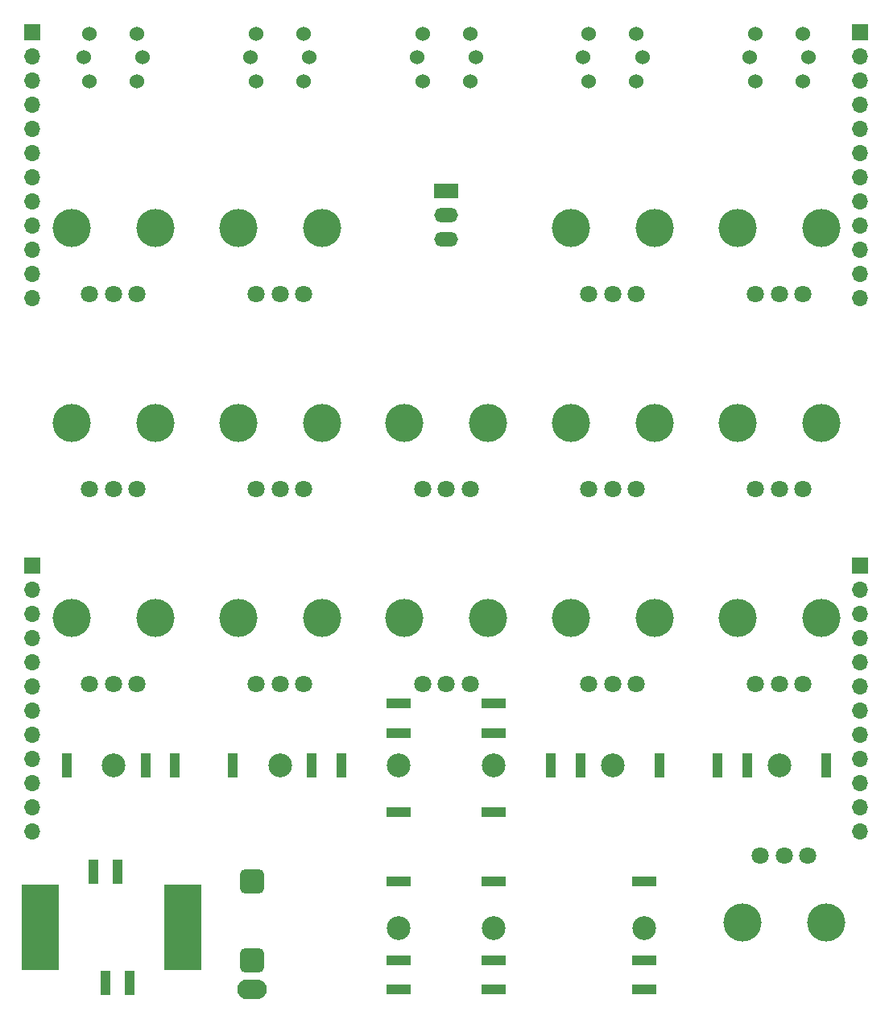
<source format=gbr>
%TF.GenerationSoftware,KiCad,Pcbnew,(6.0.8)*%
%TF.CreationDate,2022-10-20T13:08:20+01:00*%
%TF.ProjectId,Punck_Controls,50756e63-6b5f-4436-9f6e-74726f6c732e,rev?*%
%TF.SameCoordinates,Original*%
%TF.FileFunction,Soldermask,Top*%
%TF.FilePolarity,Negative*%
%FSLAX46Y46*%
G04 Gerber Fmt 4.6, Leading zero omitted, Abs format (unit mm)*
G04 Created by KiCad (PCBNEW (6.0.8)) date 2022-10-20 13:08:20*
%MOMM*%
%LPD*%
G01*
G04 APERTURE LIST*
G04 Aperture macros list*
%AMRoundRect*
0 Rectangle with rounded corners*
0 $1 Rounding radius*
0 $2 $3 $4 $5 $6 $7 $8 $9 X,Y pos of 4 corners*
0 Add a 4 corners polygon primitive as box body*
4,1,4,$2,$3,$4,$5,$6,$7,$8,$9,$2,$3,0*
0 Add four circle primitives for the rounded corners*
1,1,$1+$1,$2,$3*
1,1,$1+$1,$4,$5*
1,1,$1+$1,$6,$7*
1,1,$1+$1,$8,$9*
0 Add four rect primitives between the rounded corners*
20,1,$1+$1,$2,$3,$4,$5,0*
20,1,$1+$1,$4,$5,$6,$7,0*
20,1,$1+$1,$6,$7,$8,$9,0*
20,1,$1+$1,$8,$9,$2,$3,0*%
G04 Aperture macros list end*
%ADD10C,1.524000*%
%ADD11C,2.500000*%
%ADD12R,2.500000X1.000000*%
%ADD13R,1.000000X2.500000*%
%ADD14C,4.000000*%
%ADD15C,1.800000*%
%ADD16RoundRect,0.650000X-0.650000X-0.650000X0.650000X-0.650000X0.650000X0.650000X-0.650000X0.650000X0*%
%ADD17O,3.100000X2.100000*%
%ADD18R,1.050000X2.600000*%
%ADD19R,3.980000X9.000000*%
%ADD20R,2.500000X1.500000*%
%ADD21O,2.500000X1.500000*%
%ADD22R,1.700000X1.700000*%
%ADD23O,1.700000X1.700000*%
G04 APERTURE END LIST*
D10*
%TO.C,BTN4*%
X130600000Y-56100000D03*
X135600000Y-56100000D03*
X130600000Y-61100000D03*
X135600000Y-61100000D03*
X130000000Y-58600000D03*
X136200000Y-58600000D03*
%TD*%
%TO.C,BTN2*%
X95600000Y-56100000D03*
X100600000Y-56100000D03*
X95600000Y-61100000D03*
X100600000Y-61100000D03*
X95000000Y-58600000D03*
X101200000Y-58600000D03*
%TD*%
D11*
%TO.C,J14*%
X120600000Y-150100000D03*
D12*
X120600000Y-156580000D03*
X120600000Y-153480000D03*
X120600000Y-145180000D03*
%TD*%
D11*
%TO.C,J6*%
X110600000Y-133000000D03*
D12*
X110600000Y-126520000D03*
X110600000Y-129620000D03*
X110600000Y-137920000D03*
%TD*%
D11*
%TO.C,J10*%
X80600000Y-133000000D03*
D13*
X87080000Y-133000000D03*
X83980000Y-133000000D03*
X75680000Y-133000000D03*
%TD*%
D14*
%TO.C,Kick_Decay_Pot1*%
X76200000Y-97000000D03*
X85000000Y-97000000D03*
D15*
X83100000Y-104000000D03*
X80600000Y-104000000D03*
X78100000Y-104000000D03*
%TD*%
D11*
%TO.C,J12*%
X136400000Y-150100000D03*
D12*
X136400000Y-156580000D03*
X136400000Y-153480000D03*
X136400000Y-145180000D03*
%TD*%
D16*
%TO.C,J15*%
X95200000Y-153480000D03*
D17*
X95200000Y-156580000D03*
D16*
X95200000Y-145180000D03*
%TD*%
D14*
%TO.C,SampleB_Level_Pot1*%
X146200000Y-117500000D03*
X155000000Y-117500000D03*
D15*
X153100000Y-124500000D03*
X150600000Y-124500000D03*
X148100000Y-124500000D03*
%TD*%
D11*
%TO.C,J13*%
X110600000Y-150100000D03*
D12*
X110600000Y-156580000D03*
X110600000Y-153480000D03*
X110600000Y-145180000D03*
%TD*%
D14*
%TO.C,SampleB_Speed_Pot1*%
X146200000Y-97000000D03*
X155000000Y-97000000D03*
D15*
X153100000Y-104000000D03*
X150600000Y-104000000D03*
X148100000Y-104000000D03*
%TD*%
D14*
%TO.C,SampleA_Level_Pot1*%
X128700000Y-117500000D03*
X137500000Y-117500000D03*
D15*
X135600000Y-124500000D03*
X133100000Y-124500000D03*
X130600000Y-124500000D03*
%TD*%
D14*
%TO.C,Kick_Attack_Pot1*%
X85000000Y-76500000D03*
X76200000Y-76500000D03*
D15*
X83100000Y-83500000D03*
X80600000Y-83500000D03*
X78100000Y-83500000D03*
%TD*%
D14*
%TO.C,Snare_Tuning_Pot1*%
X102500000Y-97000000D03*
X93700000Y-97000000D03*
D15*
X100600000Y-104000000D03*
X98100000Y-104000000D03*
X95600000Y-104000000D03*
%TD*%
D11*
%TO.C,J5*%
X98100000Y-133000000D03*
D13*
X104580000Y-133000000D03*
X101480000Y-133000000D03*
X93180000Y-133000000D03*
%TD*%
D10*
%TO.C,BTN5*%
X148100000Y-56100000D03*
X153100000Y-56100000D03*
X148100000Y-61100000D03*
X153100000Y-61100000D03*
X147500000Y-58600000D03*
X153700000Y-58600000D03*
%TD*%
D11*
%TO.C,J7*%
X120600000Y-133000000D03*
D12*
X120600000Y-126520000D03*
X120600000Y-129620000D03*
X120600000Y-137920000D03*
%TD*%
D10*
%TO.C,BTN3*%
X113100000Y-56100000D03*
X118100000Y-56100000D03*
X113100000Y-61100000D03*
X118100000Y-61100000D03*
X112500000Y-58600000D03*
X118700000Y-58600000D03*
%TD*%
%TO.C,BTN1*%
X78100000Y-56100000D03*
X83100000Y-56100000D03*
X78100000Y-61100000D03*
X83100000Y-61100000D03*
X77500000Y-58600000D03*
X83700000Y-58600000D03*
%TD*%
D18*
%TO.C,J11*%
X81030000Y-144150000D03*
X78530000Y-144150000D03*
X79780000Y-155850000D03*
X82280000Y-155850000D03*
D19*
X72890000Y-150000000D03*
X87910000Y-150000000D03*
%TD*%
D14*
%TO.C,Snare_Filter_Pot1*%
X102500000Y-76500000D03*
X93700000Y-76500000D03*
D15*
X100600000Y-83500000D03*
X98100000Y-83500000D03*
X95600000Y-83500000D03*
%TD*%
D14*
%TO.C,SampleB_Voice_Pot1*%
X155000000Y-76500000D03*
X146200000Y-76500000D03*
D15*
X153100000Y-83500000D03*
X150600000Y-83500000D03*
X148100000Y-83500000D03*
%TD*%
D20*
%TO.C,BTN_MODE1*%
X115600000Y-72660000D03*
D21*
X115600000Y-75200000D03*
X115600000Y-77740000D03*
%TD*%
D14*
%TO.C,Kick_Level_Pot1*%
X76200000Y-117500000D03*
X85000000Y-117500000D03*
D15*
X83100000Y-124500000D03*
X80600000Y-124500000D03*
X78100000Y-124500000D03*
%TD*%
D14*
%TO.C,HiHat_Decay_Pot1*%
X111200000Y-97000000D03*
X120000000Y-97000000D03*
D15*
X118100000Y-104000000D03*
X115600000Y-104000000D03*
X113100000Y-104000000D03*
%TD*%
D14*
%TO.C,Tempo_Pot1*%
X146700000Y-149500000D03*
X155500000Y-149500000D03*
D15*
X148600000Y-142500000D03*
X151100000Y-142500000D03*
X153600000Y-142500000D03*
%TD*%
D11*
%TO.C,J9*%
X150600000Y-133000000D03*
D13*
X144120000Y-133000000D03*
X147220000Y-133000000D03*
X155520000Y-133000000D03*
%TD*%
D14*
%TO.C,Snare_Level_Pot1*%
X102500000Y-117500000D03*
X93700000Y-117500000D03*
D15*
X100600000Y-124500000D03*
X98100000Y-124500000D03*
X95600000Y-124500000D03*
%TD*%
D14*
%TO.C,HiHat_Level_Pot1*%
X111200000Y-117500000D03*
X120000000Y-117500000D03*
D15*
X118100000Y-124500000D03*
X115600000Y-124500000D03*
X113100000Y-124500000D03*
%TD*%
D11*
%TO.C,J8*%
X133100000Y-133000000D03*
D13*
X126620000Y-133000000D03*
X129720000Y-133000000D03*
X138020000Y-133000000D03*
%TD*%
D14*
%TO.C,SampleA_Speed_Pot1*%
X128700000Y-97000000D03*
X137500000Y-97000000D03*
D15*
X135600000Y-104000000D03*
X133100000Y-104000000D03*
X130600000Y-104000000D03*
%TD*%
D14*
%TO.C,SampleA_Voice_Pot1*%
X137500000Y-76500000D03*
X128700000Y-76500000D03*
D15*
X135600000Y-83500000D03*
X133100000Y-83500000D03*
X130600000Y-83500000D03*
%TD*%
D22*
%TO.C,J2*%
X159100000Y-112000000D03*
D23*
X159100000Y-114540000D03*
X159100000Y-117080000D03*
X159100000Y-119620000D03*
X159100000Y-122160000D03*
X159100000Y-124700000D03*
X159100000Y-127240000D03*
X159100000Y-129780000D03*
X159100000Y-132320000D03*
X159100000Y-134860000D03*
X159100000Y-137400000D03*
X159100000Y-139940000D03*
%TD*%
D22*
%TO.C,J4*%
X72100000Y-112000000D03*
D23*
X72100000Y-114540000D03*
X72100000Y-117080000D03*
X72100000Y-119620000D03*
X72100000Y-122160000D03*
X72100000Y-124700000D03*
X72100000Y-127240000D03*
X72100000Y-129780000D03*
X72100000Y-132320000D03*
X72100000Y-134860000D03*
X72100000Y-137400000D03*
X72100000Y-139940000D03*
%TD*%
D22*
%TO.C,J3*%
X72100000Y-56000000D03*
D23*
X72100000Y-58540000D03*
X72100000Y-61080000D03*
X72100000Y-63620000D03*
X72100000Y-66160000D03*
X72100000Y-68700000D03*
X72100000Y-71240000D03*
X72100000Y-73780000D03*
X72100000Y-76320000D03*
X72100000Y-78860000D03*
X72100000Y-81400000D03*
X72100000Y-83940000D03*
%TD*%
D22*
%TO.C,J1*%
X159100000Y-56000000D03*
D23*
X159100000Y-58540000D03*
X159100000Y-61080000D03*
X159100000Y-63620000D03*
X159100000Y-66160000D03*
X159100000Y-68700000D03*
X159100000Y-71240000D03*
X159100000Y-73780000D03*
X159100000Y-76320000D03*
X159100000Y-78860000D03*
X159100000Y-81400000D03*
X159100000Y-83940000D03*
%TD*%
M02*

</source>
